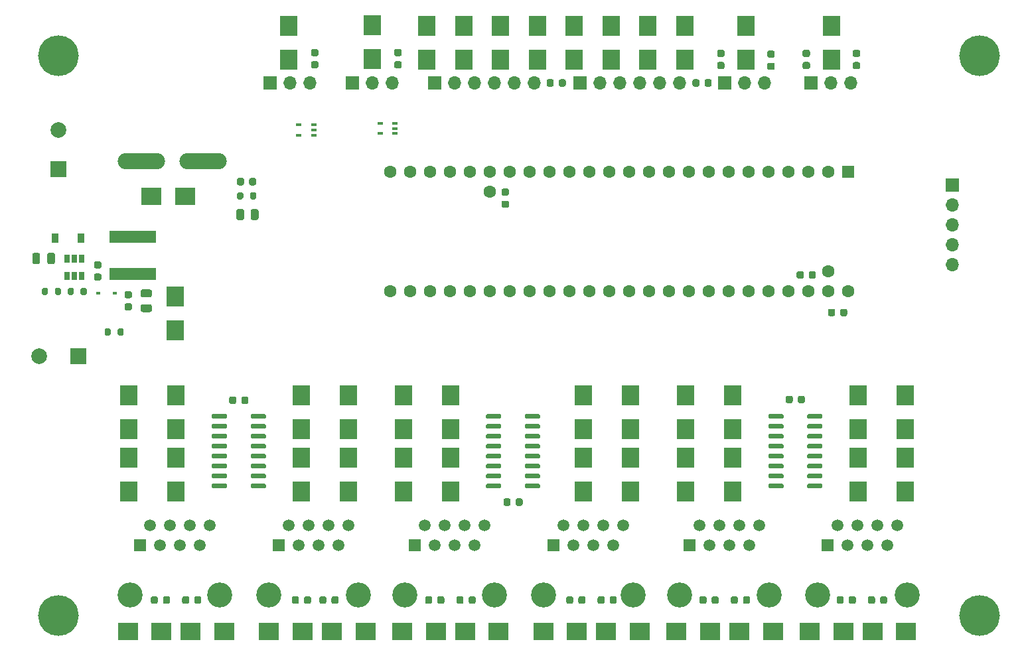
<source format=gbr>
%TF.GenerationSoftware,KiCad,Pcbnew,5.1.10-88a1d61d58~88~ubuntu20.04.1*%
%TF.CreationDate,2021-05-20T14:16:26-06:00*%
%TF.ProjectId,colordance-brain,636f6c6f-7264-4616-9e63-652d62726169,rev?*%
%TF.SameCoordinates,Original*%
%TF.FileFunction,Soldermask,Bot*%
%TF.FilePolarity,Negative*%
%FSLAX46Y46*%
G04 Gerber Fmt 4.6, Leading zero omitted, Abs format (unit mm)*
G04 Created by KiCad (PCBNEW 5.1.10-88a1d61d58~88~ubuntu20.04.1) date 2021-05-20 14:16:26*
%MOMM*%
%LPD*%
G01*
G04 APERTURE LIST*
%ADD10R,0.650000X0.400000*%
%ADD11R,2.300000X2.500000*%
%ADD12C,1.600000*%
%ADD13R,1.600000X1.600000*%
%ADD14C,5.200000*%
%ADD15R,0.650000X1.060000*%
%ADD16R,5.900000X1.600000*%
%ADD17C,3.200000*%
%ADD18R,1.500000X1.500000*%
%ADD19C,1.500000*%
%ADD20R,1.700000X1.700000*%
%ADD21O,1.700000X1.700000*%
%ADD22O,6.030000X2.070000*%
%ADD23R,2.500000X2.300000*%
%ADD24R,0.600000X0.450000*%
%ADD25R,0.900000X1.200000*%
%ADD26R,2.000000X2.000000*%
%ADD27C,2.000000*%
G04 APERTURE END LIST*
D10*
%TO.C,U7*%
X62050000Y-61150000D03*
X62050000Y-62450000D03*
X63950000Y-61800000D03*
X63950000Y-62450000D03*
X63950000Y-61150000D03*
%TD*%
%TO.C,U6*%
X51650000Y-61350000D03*
X51650000Y-62650000D03*
X53550000Y-62000000D03*
X53550000Y-62650000D03*
X53550000Y-61350000D03*
%TD*%
D11*
%TO.C,D17*%
X100900000Y-48750000D03*
X100900000Y-53050000D03*
%TD*%
%TO.C,D16*%
X77400000Y-48750000D03*
X77400000Y-53050000D03*
%TD*%
%TO.C,D15*%
X91500000Y-48750000D03*
X91500000Y-53050000D03*
%TD*%
%TO.C,D14*%
X35900000Y-87550000D03*
X35900000Y-83250000D03*
%TD*%
%TO.C,D13*%
X68000000Y-48750000D03*
X68000000Y-53050000D03*
%TD*%
%TO.C,D12*%
X119600000Y-48750000D03*
X119600000Y-53050000D03*
%TD*%
%TO.C,D10*%
X61000000Y-48650000D03*
X61000000Y-52950000D03*
%TD*%
%TO.C,D8*%
X82100000Y-48750000D03*
X82100000Y-53050000D03*
%TD*%
%TO.C,D7*%
X96200000Y-48750000D03*
X96200000Y-53050000D03*
%TD*%
%TO.C,D6*%
X72700000Y-48750000D03*
X72700000Y-53050000D03*
%TD*%
%TO.C,D5*%
X108700000Y-48750000D03*
X108700000Y-53050000D03*
%TD*%
%TO.C,D4*%
X50400000Y-48750000D03*
X50400000Y-53050000D03*
%TD*%
%TO.C,D3*%
X86800000Y-48750000D03*
X86800000Y-53050000D03*
%TD*%
%TO.C,C33*%
G36*
G01*
X44675000Y-68350000D02*
X44675000Y-68850000D01*
G75*
G02*
X44450000Y-69075000I-225000J0D01*
G01*
X44000000Y-69075000D01*
G75*
G02*
X43775000Y-68850000I0J225000D01*
G01*
X43775000Y-68350000D01*
G75*
G02*
X44000000Y-68125000I225000J0D01*
G01*
X44450000Y-68125000D01*
G75*
G02*
X44675000Y-68350000I0J-225000D01*
G01*
G37*
G36*
G01*
X46225000Y-68350000D02*
X46225000Y-68850000D01*
G75*
G02*
X46000000Y-69075000I-225000J0D01*
G01*
X45550000Y-69075000D01*
G75*
G02*
X45325000Y-68850000I0J225000D01*
G01*
X45325000Y-68350000D01*
G75*
G02*
X45550000Y-68125000I225000J0D01*
G01*
X46000000Y-68125000D01*
G75*
G02*
X46225000Y-68350000I0J-225000D01*
G01*
G37*
%TD*%
D12*
%TO.C,U2*%
X119170000Y-80080000D03*
X121710000Y-82620000D03*
X119170000Y-82620000D03*
X116630000Y-82620000D03*
X114090000Y-82620000D03*
X111550000Y-82620000D03*
X109010000Y-82620000D03*
X106470000Y-82620000D03*
X103930000Y-82620000D03*
X101390000Y-82620000D03*
X98850000Y-82620000D03*
X96310000Y-82620000D03*
X93770000Y-82620000D03*
X91230000Y-82620000D03*
X88690000Y-82620000D03*
D13*
X121710000Y-67380000D03*
D12*
X119170000Y-67380000D03*
X116630000Y-67380000D03*
X114090000Y-67380000D03*
X111550000Y-67380000D03*
X109010000Y-67380000D03*
X106470000Y-67380000D03*
X103930000Y-67380000D03*
X101390000Y-67380000D03*
X98850000Y-67380000D03*
X96310000Y-67380000D03*
X93770000Y-67380000D03*
X91230000Y-67380000D03*
X86150000Y-82620000D03*
X83610000Y-82620000D03*
X81070000Y-82620000D03*
X78530000Y-82620000D03*
X75990000Y-82620000D03*
X73450000Y-82620000D03*
X70910000Y-82620000D03*
X68370000Y-82620000D03*
X65830000Y-82620000D03*
X63290000Y-82620000D03*
X63290000Y-67380000D03*
X65830000Y-67380000D03*
X68370000Y-67380000D03*
X70910000Y-67380000D03*
X88690000Y-67380000D03*
X86150000Y-67380000D03*
X83610000Y-67380000D03*
X73450000Y-67380000D03*
X75990000Y-67380000D03*
X78530000Y-67380000D03*
X81070000Y-67380000D03*
X75990000Y-69920000D03*
%TD*%
D14*
%TO.C,H4*%
X21000000Y-124000000D03*
%TD*%
%TO.C,H3*%
X138500000Y-52500000D03*
%TD*%
%TO.C,H2*%
X138500000Y-124000000D03*
%TD*%
%TO.C,H1*%
X21000000Y-52500000D03*
%TD*%
%TO.C,U5*%
G36*
G01*
X75550000Y-107595000D02*
X75550000Y-107295000D01*
G75*
G02*
X75700000Y-107145000I150000J0D01*
G01*
X77350000Y-107145000D01*
G75*
G02*
X77500000Y-107295000I0J-150000D01*
G01*
X77500000Y-107595000D01*
G75*
G02*
X77350000Y-107745000I-150000J0D01*
G01*
X75700000Y-107745000D01*
G75*
G02*
X75550000Y-107595000I0J150000D01*
G01*
G37*
G36*
G01*
X75550000Y-106325000D02*
X75550000Y-106025000D01*
G75*
G02*
X75700000Y-105875000I150000J0D01*
G01*
X77350000Y-105875000D01*
G75*
G02*
X77500000Y-106025000I0J-150000D01*
G01*
X77500000Y-106325000D01*
G75*
G02*
X77350000Y-106475000I-150000J0D01*
G01*
X75700000Y-106475000D01*
G75*
G02*
X75550000Y-106325000I0J150000D01*
G01*
G37*
G36*
G01*
X75550000Y-105055000D02*
X75550000Y-104755000D01*
G75*
G02*
X75700000Y-104605000I150000J0D01*
G01*
X77350000Y-104605000D01*
G75*
G02*
X77500000Y-104755000I0J-150000D01*
G01*
X77500000Y-105055000D01*
G75*
G02*
X77350000Y-105205000I-150000J0D01*
G01*
X75700000Y-105205000D01*
G75*
G02*
X75550000Y-105055000I0J150000D01*
G01*
G37*
G36*
G01*
X75550000Y-103785000D02*
X75550000Y-103485000D01*
G75*
G02*
X75700000Y-103335000I150000J0D01*
G01*
X77350000Y-103335000D01*
G75*
G02*
X77500000Y-103485000I0J-150000D01*
G01*
X77500000Y-103785000D01*
G75*
G02*
X77350000Y-103935000I-150000J0D01*
G01*
X75700000Y-103935000D01*
G75*
G02*
X75550000Y-103785000I0J150000D01*
G01*
G37*
G36*
G01*
X75550000Y-102515000D02*
X75550000Y-102215000D01*
G75*
G02*
X75700000Y-102065000I150000J0D01*
G01*
X77350000Y-102065000D01*
G75*
G02*
X77500000Y-102215000I0J-150000D01*
G01*
X77500000Y-102515000D01*
G75*
G02*
X77350000Y-102665000I-150000J0D01*
G01*
X75700000Y-102665000D01*
G75*
G02*
X75550000Y-102515000I0J150000D01*
G01*
G37*
G36*
G01*
X75550000Y-101245000D02*
X75550000Y-100945000D01*
G75*
G02*
X75700000Y-100795000I150000J0D01*
G01*
X77350000Y-100795000D01*
G75*
G02*
X77500000Y-100945000I0J-150000D01*
G01*
X77500000Y-101245000D01*
G75*
G02*
X77350000Y-101395000I-150000J0D01*
G01*
X75700000Y-101395000D01*
G75*
G02*
X75550000Y-101245000I0J150000D01*
G01*
G37*
G36*
G01*
X75550000Y-99975000D02*
X75550000Y-99675000D01*
G75*
G02*
X75700000Y-99525000I150000J0D01*
G01*
X77350000Y-99525000D01*
G75*
G02*
X77500000Y-99675000I0J-150000D01*
G01*
X77500000Y-99975000D01*
G75*
G02*
X77350000Y-100125000I-150000J0D01*
G01*
X75700000Y-100125000D01*
G75*
G02*
X75550000Y-99975000I0J150000D01*
G01*
G37*
G36*
G01*
X75550000Y-98705000D02*
X75550000Y-98405000D01*
G75*
G02*
X75700000Y-98255000I150000J0D01*
G01*
X77350000Y-98255000D01*
G75*
G02*
X77500000Y-98405000I0J-150000D01*
G01*
X77500000Y-98705000D01*
G75*
G02*
X77350000Y-98855000I-150000J0D01*
G01*
X75700000Y-98855000D01*
G75*
G02*
X75550000Y-98705000I0J150000D01*
G01*
G37*
G36*
G01*
X80500000Y-98705000D02*
X80500000Y-98405000D01*
G75*
G02*
X80650000Y-98255000I150000J0D01*
G01*
X82300000Y-98255000D01*
G75*
G02*
X82450000Y-98405000I0J-150000D01*
G01*
X82450000Y-98705000D01*
G75*
G02*
X82300000Y-98855000I-150000J0D01*
G01*
X80650000Y-98855000D01*
G75*
G02*
X80500000Y-98705000I0J150000D01*
G01*
G37*
G36*
G01*
X80500000Y-99975000D02*
X80500000Y-99675000D01*
G75*
G02*
X80650000Y-99525000I150000J0D01*
G01*
X82300000Y-99525000D01*
G75*
G02*
X82450000Y-99675000I0J-150000D01*
G01*
X82450000Y-99975000D01*
G75*
G02*
X82300000Y-100125000I-150000J0D01*
G01*
X80650000Y-100125000D01*
G75*
G02*
X80500000Y-99975000I0J150000D01*
G01*
G37*
G36*
G01*
X80500000Y-101245000D02*
X80500000Y-100945000D01*
G75*
G02*
X80650000Y-100795000I150000J0D01*
G01*
X82300000Y-100795000D01*
G75*
G02*
X82450000Y-100945000I0J-150000D01*
G01*
X82450000Y-101245000D01*
G75*
G02*
X82300000Y-101395000I-150000J0D01*
G01*
X80650000Y-101395000D01*
G75*
G02*
X80500000Y-101245000I0J150000D01*
G01*
G37*
G36*
G01*
X80500000Y-102515000D02*
X80500000Y-102215000D01*
G75*
G02*
X80650000Y-102065000I150000J0D01*
G01*
X82300000Y-102065000D01*
G75*
G02*
X82450000Y-102215000I0J-150000D01*
G01*
X82450000Y-102515000D01*
G75*
G02*
X82300000Y-102665000I-150000J0D01*
G01*
X80650000Y-102665000D01*
G75*
G02*
X80500000Y-102515000I0J150000D01*
G01*
G37*
G36*
G01*
X80500000Y-103785000D02*
X80500000Y-103485000D01*
G75*
G02*
X80650000Y-103335000I150000J0D01*
G01*
X82300000Y-103335000D01*
G75*
G02*
X82450000Y-103485000I0J-150000D01*
G01*
X82450000Y-103785000D01*
G75*
G02*
X82300000Y-103935000I-150000J0D01*
G01*
X80650000Y-103935000D01*
G75*
G02*
X80500000Y-103785000I0J150000D01*
G01*
G37*
G36*
G01*
X80500000Y-105055000D02*
X80500000Y-104755000D01*
G75*
G02*
X80650000Y-104605000I150000J0D01*
G01*
X82300000Y-104605000D01*
G75*
G02*
X82450000Y-104755000I0J-150000D01*
G01*
X82450000Y-105055000D01*
G75*
G02*
X82300000Y-105205000I-150000J0D01*
G01*
X80650000Y-105205000D01*
G75*
G02*
X80500000Y-105055000I0J150000D01*
G01*
G37*
G36*
G01*
X80500000Y-106325000D02*
X80500000Y-106025000D01*
G75*
G02*
X80650000Y-105875000I150000J0D01*
G01*
X82300000Y-105875000D01*
G75*
G02*
X82450000Y-106025000I0J-150000D01*
G01*
X82450000Y-106325000D01*
G75*
G02*
X82300000Y-106475000I-150000J0D01*
G01*
X80650000Y-106475000D01*
G75*
G02*
X80500000Y-106325000I0J150000D01*
G01*
G37*
G36*
G01*
X80500000Y-107595000D02*
X80500000Y-107295000D01*
G75*
G02*
X80650000Y-107145000I150000J0D01*
G01*
X82300000Y-107145000D01*
G75*
G02*
X82450000Y-107295000I0J-150000D01*
G01*
X82450000Y-107595000D01*
G75*
G02*
X82300000Y-107745000I-150000J0D01*
G01*
X80650000Y-107745000D01*
G75*
G02*
X80500000Y-107595000I0J150000D01*
G01*
G37*
%TD*%
%TO.C,U4*%
G36*
G01*
X118450000Y-98405000D02*
X118450000Y-98705000D01*
G75*
G02*
X118300000Y-98855000I-150000J0D01*
G01*
X116650000Y-98855000D01*
G75*
G02*
X116500000Y-98705000I0J150000D01*
G01*
X116500000Y-98405000D01*
G75*
G02*
X116650000Y-98255000I150000J0D01*
G01*
X118300000Y-98255000D01*
G75*
G02*
X118450000Y-98405000I0J-150000D01*
G01*
G37*
G36*
G01*
X118450000Y-99675000D02*
X118450000Y-99975000D01*
G75*
G02*
X118300000Y-100125000I-150000J0D01*
G01*
X116650000Y-100125000D01*
G75*
G02*
X116500000Y-99975000I0J150000D01*
G01*
X116500000Y-99675000D01*
G75*
G02*
X116650000Y-99525000I150000J0D01*
G01*
X118300000Y-99525000D01*
G75*
G02*
X118450000Y-99675000I0J-150000D01*
G01*
G37*
G36*
G01*
X118450000Y-100945000D02*
X118450000Y-101245000D01*
G75*
G02*
X118300000Y-101395000I-150000J0D01*
G01*
X116650000Y-101395000D01*
G75*
G02*
X116500000Y-101245000I0J150000D01*
G01*
X116500000Y-100945000D01*
G75*
G02*
X116650000Y-100795000I150000J0D01*
G01*
X118300000Y-100795000D01*
G75*
G02*
X118450000Y-100945000I0J-150000D01*
G01*
G37*
G36*
G01*
X118450000Y-102215000D02*
X118450000Y-102515000D01*
G75*
G02*
X118300000Y-102665000I-150000J0D01*
G01*
X116650000Y-102665000D01*
G75*
G02*
X116500000Y-102515000I0J150000D01*
G01*
X116500000Y-102215000D01*
G75*
G02*
X116650000Y-102065000I150000J0D01*
G01*
X118300000Y-102065000D01*
G75*
G02*
X118450000Y-102215000I0J-150000D01*
G01*
G37*
G36*
G01*
X118450000Y-103485000D02*
X118450000Y-103785000D01*
G75*
G02*
X118300000Y-103935000I-150000J0D01*
G01*
X116650000Y-103935000D01*
G75*
G02*
X116500000Y-103785000I0J150000D01*
G01*
X116500000Y-103485000D01*
G75*
G02*
X116650000Y-103335000I150000J0D01*
G01*
X118300000Y-103335000D01*
G75*
G02*
X118450000Y-103485000I0J-150000D01*
G01*
G37*
G36*
G01*
X118450000Y-104755000D02*
X118450000Y-105055000D01*
G75*
G02*
X118300000Y-105205000I-150000J0D01*
G01*
X116650000Y-105205000D01*
G75*
G02*
X116500000Y-105055000I0J150000D01*
G01*
X116500000Y-104755000D01*
G75*
G02*
X116650000Y-104605000I150000J0D01*
G01*
X118300000Y-104605000D01*
G75*
G02*
X118450000Y-104755000I0J-150000D01*
G01*
G37*
G36*
G01*
X118450000Y-106025000D02*
X118450000Y-106325000D01*
G75*
G02*
X118300000Y-106475000I-150000J0D01*
G01*
X116650000Y-106475000D01*
G75*
G02*
X116500000Y-106325000I0J150000D01*
G01*
X116500000Y-106025000D01*
G75*
G02*
X116650000Y-105875000I150000J0D01*
G01*
X118300000Y-105875000D01*
G75*
G02*
X118450000Y-106025000I0J-150000D01*
G01*
G37*
G36*
G01*
X118450000Y-107295000D02*
X118450000Y-107595000D01*
G75*
G02*
X118300000Y-107745000I-150000J0D01*
G01*
X116650000Y-107745000D01*
G75*
G02*
X116500000Y-107595000I0J150000D01*
G01*
X116500000Y-107295000D01*
G75*
G02*
X116650000Y-107145000I150000J0D01*
G01*
X118300000Y-107145000D01*
G75*
G02*
X118450000Y-107295000I0J-150000D01*
G01*
G37*
G36*
G01*
X113500000Y-107295000D02*
X113500000Y-107595000D01*
G75*
G02*
X113350000Y-107745000I-150000J0D01*
G01*
X111700000Y-107745000D01*
G75*
G02*
X111550000Y-107595000I0J150000D01*
G01*
X111550000Y-107295000D01*
G75*
G02*
X111700000Y-107145000I150000J0D01*
G01*
X113350000Y-107145000D01*
G75*
G02*
X113500000Y-107295000I0J-150000D01*
G01*
G37*
G36*
G01*
X113500000Y-106025000D02*
X113500000Y-106325000D01*
G75*
G02*
X113350000Y-106475000I-150000J0D01*
G01*
X111700000Y-106475000D01*
G75*
G02*
X111550000Y-106325000I0J150000D01*
G01*
X111550000Y-106025000D01*
G75*
G02*
X111700000Y-105875000I150000J0D01*
G01*
X113350000Y-105875000D01*
G75*
G02*
X113500000Y-106025000I0J-150000D01*
G01*
G37*
G36*
G01*
X113500000Y-104755000D02*
X113500000Y-105055000D01*
G75*
G02*
X113350000Y-105205000I-150000J0D01*
G01*
X111700000Y-105205000D01*
G75*
G02*
X111550000Y-105055000I0J150000D01*
G01*
X111550000Y-104755000D01*
G75*
G02*
X111700000Y-104605000I150000J0D01*
G01*
X113350000Y-104605000D01*
G75*
G02*
X113500000Y-104755000I0J-150000D01*
G01*
G37*
G36*
G01*
X113500000Y-103485000D02*
X113500000Y-103785000D01*
G75*
G02*
X113350000Y-103935000I-150000J0D01*
G01*
X111700000Y-103935000D01*
G75*
G02*
X111550000Y-103785000I0J150000D01*
G01*
X111550000Y-103485000D01*
G75*
G02*
X111700000Y-103335000I150000J0D01*
G01*
X113350000Y-103335000D01*
G75*
G02*
X113500000Y-103485000I0J-150000D01*
G01*
G37*
G36*
G01*
X113500000Y-102215000D02*
X113500000Y-102515000D01*
G75*
G02*
X113350000Y-102665000I-150000J0D01*
G01*
X111700000Y-102665000D01*
G75*
G02*
X111550000Y-102515000I0J150000D01*
G01*
X111550000Y-102215000D01*
G75*
G02*
X111700000Y-102065000I150000J0D01*
G01*
X113350000Y-102065000D01*
G75*
G02*
X113500000Y-102215000I0J-150000D01*
G01*
G37*
G36*
G01*
X113500000Y-100945000D02*
X113500000Y-101245000D01*
G75*
G02*
X113350000Y-101395000I-150000J0D01*
G01*
X111700000Y-101395000D01*
G75*
G02*
X111550000Y-101245000I0J150000D01*
G01*
X111550000Y-100945000D01*
G75*
G02*
X111700000Y-100795000I150000J0D01*
G01*
X113350000Y-100795000D01*
G75*
G02*
X113500000Y-100945000I0J-150000D01*
G01*
G37*
G36*
G01*
X113500000Y-99675000D02*
X113500000Y-99975000D01*
G75*
G02*
X113350000Y-100125000I-150000J0D01*
G01*
X111700000Y-100125000D01*
G75*
G02*
X111550000Y-99975000I0J150000D01*
G01*
X111550000Y-99675000D01*
G75*
G02*
X111700000Y-99525000I150000J0D01*
G01*
X113350000Y-99525000D01*
G75*
G02*
X113500000Y-99675000I0J-150000D01*
G01*
G37*
G36*
G01*
X113500000Y-98405000D02*
X113500000Y-98705000D01*
G75*
G02*
X113350000Y-98855000I-150000J0D01*
G01*
X111700000Y-98855000D01*
G75*
G02*
X111550000Y-98705000I0J150000D01*
G01*
X111550000Y-98405000D01*
G75*
G02*
X111700000Y-98255000I150000J0D01*
G01*
X113350000Y-98255000D01*
G75*
G02*
X113500000Y-98405000I0J-150000D01*
G01*
G37*
%TD*%
%TO.C,U3*%
G36*
G01*
X47450000Y-98405000D02*
X47450000Y-98705000D01*
G75*
G02*
X47300000Y-98855000I-150000J0D01*
G01*
X45650000Y-98855000D01*
G75*
G02*
X45500000Y-98705000I0J150000D01*
G01*
X45500000Y-98405000D01*
G75*
G02*
X45650000Y-98255000I150000J0D01*
G01*
X47300000Y-98255000D01*
G75*
G02*
X47450000Y-98405000I0J-150000D01*
G01*
G37*
G36*
G01*
X47450000Y-99675000D02*
X47450000Y-99975000D01*
G75*
G02*
X47300000Y-100125000I-150000J0D01*
G01*
X45650000Y-100125000D01*
G75*
G02*
X45500000Y-99975000I0J150000D01*
G01*
X45500000Y-99675000D01*
G75*
G02*
X45650000Y-99525000I150000J0D01*
G01*
X47300000Y-99525000D01*
G75*
G02*
X47450000Y-99675000I0J-150000D01*
G01*
G37*
G36*
G01*
X47450000Y-100945000D02*
X47450000Y-101245000D01*
G75*
G02*
X47300000Y-101395000I-150000J0D01*
G01*
X45650000Y-101395000D01*
G75*
G02*
X45500000Y-101245000I0J150000D01*
G01*
X45500000Y-100945000D01*
G75*
G02*
X45650000Y-100795000I150000J0D01*
G01*
X47300000Y-100795000D01*
G75*
G02*
X47450000Y-100945000I0J-150000D01*
G01*
G37*
G36*
G01*
X47450000Y-102215000D02*
X47450000Y-102515000D01*
G75*
G02*
X47300000Y-102665000I-150000J0D01*
G01*
X45650000Y-102665000D01*
G75*
G02*
X45500000Y-102515000I0J150000D01*
G01*
X45500000Y-102215000D01*
G75*
G02*
X45650000Y-102065000I150000J0D01*
G01*
X47300000Y-102065000D01*
G75*
G02*
X47450000Y-102215000I0J-150000D01*
G01*
G37*
G36*
G01*
X47450000Y-103485000D02*
X47450000Y-103785000D01*
G75*
G02*
X47300000Y-103935000I-150000J0D01*
G01*
X45650000Y-103935000D01*
G75*
G02*
X45500000Y-103785000I0J150000D01*
G01*
X45500000Y-103485000D01*
G75*
G02*
X45650000Y-103335000I150000J0D01*
G01*
X47300000Y-103335000D01*
G75*
G02*
X47450000Y-103485000I0J-150000D01*
G01*
G37*
G36*
G01*
X47450000Y-104755000D02*
X47450000Y-105055000D01*
G75*
G02*
X47300000Y-105205000I-150000J0D01*
G01*
X45650000Y-105205000D01*
G75*
G02*
X45500000Y-105055000I0J150000D01*
G01*
X45500000Y-104755000D01*
G75*
G02*
X45650000Y-104605000I150000J0D01*
G01*
X47300000Y-104605000D01*
G75*
G02*
X47450000Y-104755000I0J-150000D01*
G01*
G37*
G36*
G01*
X47450000Y-106025000D02*
X47450000Y-106325000D01*
G75*
G02*
X47300000Y-106475000I-150000J0D01*
G01*
X45650000Y-106475000D01*
G75*
G02*
X45500000Y-106325000I0J150000D01*
G01*
X45500000Y-106025000D01*
G75*
G02*
X45650000Y-105875000I150000J0D01*
G01*
X47300000Y-105875000D01*
G75*
G02*
X47450000Y-106025000I0J-150000D01*
G01*
G37*
G36*
G01*
X47450000Y-107295000D02*
X47450000Y-107595000D01*
G75*
G02*
X47300000Y-107745000I-150000J0D01*
G01*
X45650000Y-107745000D01*
G75*
G02*
X45500000Y-107595000I0J150000D01*
G01*
X45500000Y-107295000D01*
G75*
G02*
X45650000Y-107145000I150000J0D01*
G01*
X47300000Y-107145000D01*
G75*
G02*
X47450000Y-107295000I0J-150000D01*
G01*
G37*
G36*
G01*
X42500000Y-107295000D02*
X42500000Y-107595000D01*
G75*
G02*
X42350000Y-107745000I-150000J0D01*
G01*
X40700000Y-107745000D01*
G75*
G02*
X40550000Y-107595000I0J150000D01*
G01*
X40550000Y-107295000D01*
G75*
G02*
X40700000Y-107145000I150000J0D01*
G01*
X42350000Y-107145000D01*
G75*
G02*
X42500000Y-107295000I0J-150000D01*
G01*
G37*
G36*
G01*
X42500000Y-106025000D02*
X42500000Y-106325000D01*
G75*
G02*
X42350000Y-106475000I-150000J0D01*
G01*
X40700000Y-106475000D01*
G75*
G02*
X40550000Y-106325000I0J150000D01*
G01*
X40550000Y-106025000D01*
G75*
G02*
X40700000Y-105875000I150000J0D01*
G01*
X42350000Y-105875000D01*
G75*
G02*
X42500000Y-106025000I0J-150000D01*
G01*
G37*
G36*
G01*
X42500000Y-104755000D02*
X42500000Y-105055000D01*
G75*
G02*
X42350000Y-105205000I-150000J0D01*
G01*
X40700000Y-105205000D01*
G75*
G02*
X40550000Y-105055000I0J150000D01*
G01*
X40550000Y-104755000D01*
G75*
G02*
X40700000Y-104605000I150000J0D01*
G01*
X42350000Y-104605000D01*
G75*
G02*
X42500000Y-104755000I0J-150000D01*
G01*
G37*
G36*
G01*
X42500000Y-103485000D02*
X42500000Y-103785000D01*
G75*
G02*
X42350000Y-103935000I-150000J0D01*
G01*
X40700000Y-103935000D01*
G75*
G02*
X40550000Y-103785000I0J150000D01*
G01*
X40550000Y-103485000D01*
G75*
G02*
X40700000Y-103335000I150000J0D01*
G01*
X42350000Y-103335000D01*
G75*
G02*
X42500000Y-103485000I0J-150000D01*
G01*
G37*
G36*
G01*
X42500000Y-102215000D02*
X42500000Y-102515000D01*
G75*
G02*
X42350000Y-102665000I-150000J0D01*
G01*
X40700000Y-102665000D01*
G75*
G02*
X40550000Y-102515000I0J150000D01*
G01*
X40550000Y-102215000D01*
G75*
G02*
X40700000Y-102065000I150000J0D01*
G01*
X42350000Y-102065000D01*
G75*
G02*
X42500000Y-102215000I0J-150000D01*
G01*
G37*
G36*
G01*
X42500000Y-100945000D02*
X42500000Y-101245000D01*
G75*
G02*
X42350000Y-101395000I-150000J0D01*
G01*
X40700000Y-101395000D01*
G75*
G02*
X40550000Y-101245000I0J150000D01*
G01*
X40550000Y-100945000D01*
G75*
G02*
X40700000Y-100795000I150000J0D01*
G01*
X42350000Y-100795000D01*
G75*
G02*
X42500000Y-100945000I0J-150000D01*
G01*
G37*
G36*
G01*
X42500000Y-99675000D02*
X42500000Y-99975000D01*
G75*
G02*
X42350000Y-100125000I-150000J0D01*
G01*
X40700000Y-100125000D01*
G75*
G02*
X40550000Y-99975000I0J150000D01*
G01*
X40550000Y-99675000D01*
G75*
G02*
X40700000Y-99525000I150000J0D01*
G01*
X42350000Y-99525000D01*
G75*
G02*
X42500000Y-99675000I0J-150000D01*
G01*
G37*
G36*
G01*
X42500000Y-98405000D02*
X42500000Y-98705000D01*
G75*
G02*
X42350000Y-98855000I-150000J0D01*
G01*
X40700000Y-98855000D01*
G75*
G02*
X40550000Y-98705000I0J150000D01*
G01*
X40550000Y-98405000D01*
G75*
G02*
X40700000Y-98255000I150000J0D01*
G01*
X42350000Y-98255000D01*
G75*
G02*
X42500000Y-98405000I0J-150000D01*
G01*
G37*
%TD*%
D15*
%TO.C,U1*%
X23950000Y-80600000D03*
X23000000Y-80600000D03*
X22050000Y-80600000D03*
X22050000Y-78400000D03*
X23950000Y-78400000D03*
X23000000Y-78400000D03*
%TD*%
%TO.C,R5*%
G36*
G01*
X21325000Y-82325000D02*
X21325000Y-82875000D01*
G75*
G02*
X21125000Y-83075000I-200000J0D01*
G01*
X20725000Y-83075000D01*
G75*
G02*
X20525000Y-82875000I0J200000D01*
G01*
X20525000Y-82325000D01*
G75*
G02*
X20725000Y-82125000I200000J0D01*
G01*
X21125000Y-82125000D01*
G75*
G02*
X21325000Y-82325000I0J-200000D01*
G01*
G37*
G36*
G01*
X19675000Y-82325000D02*
X19675000Y-82875000D01*
G75*
G02*
X19475000Y-83075000I-200000J0D01*
G01*
X19075000Y-83075000D01*
G75*
G02*
X18875000Y-82875000I0J200000D01*
G01*
X18875000Y-82325000D01*
G75*
G02*
X19075000Y-82125000I200000J0D01*
G01*
X19475000Y-82125000D01*
G75*
G02*
X19675000Y-82325000I0J-200000D01*
G01*
G37*
%TD*%
%TO.C,R4*%
G36*
G01*
X24625000Y-82325000D02*
X24625000Y-82875000D01*
G75*
G02*
X24425000Y-83075000I-200000J0D01*
G01*
X24025000Y-83075000D01*
G75*
G02*
X23825000Y-82875000I0J200000D01*
G01*
X23825000Y-82325000D01*
G75*
G02*
X24025000Y-82125000I200000J0D01*
G01*
X24425000Y-82125000D01*
G75*
G02*
X24625000Y-82325000I0J-200000D01*
G01*
G37*
G36*
G01*
X22975000Y-82325000D02*
X22975000Y-82875000D01*
G75*
G02*
X22775000Y-83075000I-200000J0D01*
G01*
X22375000Y-83075000D01*
G75*
G02*
X22175000Y-82875000I0J200000D01*
G01*
X22175000Y-82325000D01*
G75*
G02*
X22375000Y-82125000I200000J0D01*
G01*
X22775000Y-82125000D01*
G75*
G02*
X22975000Y-82325000I0J-200000D01*
G01*
G37*
%TD*%
%TO.C,R3*%
G36*
G01*
X46225000Y-70125000D02*
X46225000Y-70675000D01*
G75*
G02*
X46025000Y-70875000I-200000J0D01*
G01*
X45625000Y-70875000D01*
G75*
G02*
X45425000Y-70675000I0J200000D01*
G01*
X45425000Y-70125000D01*
G75*
G02*
X45625000Y-69925000I200000J0D01*
G01*
X46025000Y-69925000D01*
G75*
G02*
X46225000Y-70125000I0J-200000D01*
G01*
G37*
G36*
G01*
X44575000Y-70125000D02*
X44575000Y-70675000D01*
G75*
G02*
X44375000Y-70875000I-200000J0D01*
G01*
X43975000Y-70875000D01*
G75*
G02*
X43775000Y-70675000I0J200000D01*
G01*
X43775000Y-70125000D01*
G75*
G02*
X43975000Y-69925000I200000J0D01*
G01*
X44375000Y-69925000D01*
G75*
G02*
X44575000Y-70125000I0J-200000D01*
G01*
G37*
%TD*%
%TO.C,R2*%
G36*
G01*
X43675000Y-73250001D02*
X43675000Y-72349999D01*
G75*
G02*
X43924999Y-72100000I249999J0D01*
G01*
X44450001Y-72100000D01*
G75*
G02*
X44700000Y-72349999I0J-249999D01*
G01*
X44700000Y-73250001D01*
G75*
G02*
X44450001Y-73500000I-249999J0D01*
G01*
X43924999Y-73500000D01*
G75*
G02*
X43675000Y-73250001I0J249999D01*
G01*
G37*
G36*
G01*
X45500000Y-73250001D02*
X45500000Y-72349999D01*
G75*
G02*
X45749999Y-72100000I249999J0D01*
G01*
X46275001Y-72100000D01*
G75*
G02*
X46525000Y-72349999I0J-249999D01*
G01*
X46525000Y-73250001D01*
G75*
G02*
X46275001Y-73500000I-249999J0D01*
G01*
X45749999Y-73500000D01*
G75*
G02*
X45500000Y-73250001I0J249999D01*
G01*
G37*
%TD*%
%TO.C,R1*%
G36*
G01*
X26875000Y-88075000D02*
X26875000Y-87525000D01*
G75*
G02*
X27075000Y-87325000I200000J0D01*
G01*
X27475000Y-87325000D01*
G75*
G02*
X27675000Y-87525000I0J-200000D01*
G01*
X27675000Y-88075000D01*
G75*
G02*
X27475000Y-88275000I-200000J0D01*
G01*
X27075000Y-88275000D01*
G75*
G02*
X26875000Y-88075000I0J200000D01*
G01*
G37*
G36*
G01*
X28525000Y-88075000D02*
X28525000Y-87525000D01*
G75*
G02*
X28725000Y-87325000I200000J0D01*
G01*
X29125000Y-87325000D01*
G75*
G02*
X29325000Y-87525000I0J-200000D01*
G01*
X29325000Y-88075000D01*
G75*
G02*
X29125000Y-88275000I-200000J0D01*
G01*
X28725000Y-88275000D01*
G75*
G02*
X28525000Y-88075000I0J200000D01*
G01*
G37*
%TD*%
D16*
%TO.C,L1*%
X30500000Y-75650000D03*
X30500000Y-80350000D03*
%TD*%
D17*
%TO.C,J14*%
X94295000Y-121391924D03*
X82865000Y-121391924D03*
D18*
X84135000Y-115041924D03*
D19*
X85405000Y-112501924D03*
X86675000Y-115041924D03*
X87945000Y-112501924D03*
X89215000Y-115041924D03*
X90485000Y-112501924D03*
X91755000Y-115041924D03*
X93025000Y-112501924D03*
%TD*%
D17*
%TO.C,J13*%
X76615000Y-121391924D03*
X65185000Y-121391924D03*
D18*
X66455000Y-115041924D03*
D19*
X67725000Y-112501924D03*
X68995000Y-115041924D03*
X70265000Y-112501924D03*
X71535000Y-115041924D03*
X72805000Y-112501924D03*
X74075000Y-115041924D03*
X75345000Y-112501924D03*
%TD*%
D17*
%TO.C,J12*%
X111625000Y-121381924D03*
X100195000Y-121381924D03*
D18*
X101465000Y-115031924D03*
D19*
X102735000Y-112491924D03*
X104005000Y-115031924D03*
X105275000Y-112491924D03*
X106545000Y-115031924D03*
X107815000Y-112491924D03*
X109085000Y-115031924D03*
X110355000Y-112491924D03*
%TD*%
D17*
%TO.C,J11*%
X129305000Y-121381924D03*
X117875000Y-121381924D03*
D18*
X119145000Y-115031924D03*
D19*
X120415000Y-112491924D03*
X121685000Y-115031924D03*
X122955000Y-112491924D03*
X124225000Y-115031924D03*
X125495000Y-112491924D03*
X126765000Y-115031924D03*
X128035000Y-112491924D03*
%TD*%
D17*
%TO.C,J10*%
X41565000Y-121381924D03*
X30135000Y-121381924D03*
D18*
X31405000Y-115031924D03*
D19*
X32675000Y-112491924D03*
X33945000Y-115031924D03*
X35215000Y-112491924D03*
X36485000Y-115031924D03*
X37755000Y-112491924D03*
X39025000Y-115031924D03*
X40295000Y-112491924D03*
%TD*%
D17*
%TO.C,J9*%
X59245000Y-121381924D03*
X47815000Y-121381924D03*
D18*
X49085000Y-115031924D03*
D19*
X50355000Y-112491924D03*
X51625000Y-115031924D03*
X52895000Y-112491924D03*
X54165000Y-115031924D03*
X55435000Y-112491924D03*
X56705000Y-115031924D03*
X57975000Y-112491924D03*
%TD*%
D20*
%TO.C,J8*%
X135000000Y-69000000D03*
D21*
X135000000Y-71540000D03*
X135000000Y-74080000D03*
X135000000Y-76620000D03*
X135000000Y-79160000D03*
%TD*%
D20*
%TO.C,J7*%
X87500000Y-56000000D03*
D21*
X90040000Y-56000000D03*
X92580000Y-56000000D03*
X95120000Y-56000000D03*
X97660000Y-56000000D03*
X100200000Y-56000000D03*
%TD*%
D20*
%TO.C,J6*%
X117000000Y-56000000D03*
D21*
X119540000Y-56000000D03*
X122080000Y-56000000D03*
%TD*%
D20*
%TO.C,J5*%
X58500000Y-56000000D03*
D21*
X61040000Y-56000000D03*
X63580000Y-56000000D03*
%TD*%
D20*
%TO.C,J4*%
X106000000Y-56000000D03*
D21*
X108540000Y-56000000D03*
X111080000Y-56000000D03*
%TD*%
D20*
%TO.C,J3*%
X48000000Y-56000000D03*
D21*
X50540000Y-56000000D03*
X53080000Y-56000000D03*
%TD*%
D20*
%TO.C,J2*%
X69000000Y-56000000D03*
D21*
X71540000Y-56000000D03*
X74080000Y-56000000D03*
X76620000Y-56000000D03*
X79160000Y-56000000D03*
X81700000Y-56000000D03*
%TD*%
D22*
%TO.C,J1*%
X31550000Y-66000000D03*
X39450000Y-66000000D03*
%TD*%
D11*
%TO.C,D53*%
X94000000Y-100150000D03*
X94000000Y-95850000D03*
%TD*%
%TO.C,D52*%
X94000000Y-103850000D03*
X94000000Y-108150000D03*
%TD*%
%TO.C,D51*%
X88000000Y-108150000D03*
X88000000Y-103850000D03*
%TD*%
%TO.C,D50*%
X88000000Y-100150000D03*
X88000000Y-95850000D03*
%TD*%
D23*
%TO.C,D49*%
X87150000Y-126000000D03*
X82850000Y-126000000D03*
%TD*%
%TO.C,D48*%
X90850000Y-126000000D03*
X95150000Y-126000000D03*
%TD*%
D11*
%TO.C,D47*%
X71000000Y-100150000D03*
X71000000Y-95850000D03*
%TD*%
%TO.C,D46*%
X71000000Y-103850000D03*
X71000000Y-108150000D03*
%TD*%
%TO.C,D45*%
X65000000Y-108150000D03*
X65000000Y-103850000D03*
%TD*%
%TO.C,D44*%
X65000000Y-100150000D03*
X65000000Y-95850000D03*
%TD*%
D23*
%TO.C,D43*%
X69150000Y-126000000D03*
X64850000Y-126000000D03*
%TD*%
%TO.C,D42*%
X72850000Y-126000000D03*
X77150000Y-126000000D03*
%TD*%
D11*
%TO.C,D41*%
X107000000Y-100150000D03*
X107000000Y-95850000D03*
%TD*%
%TO.C,D40*%
X107000000Y-103850000D03*
X107000000Y-108150000D03*
%TD*%
%TO.C,D39*%
X101000000Y-95850000D03*
X101000000Y-100150000D03*
%TD*%
%TO.C,D38*%
X101000000Y-103850000D03*
X101000000Y-108150000D03*
%TD*%
D23*
%TO.C,D37*%
X104150000Y-126000000D03*
X99850000Y-126000000D03*
%TD*%
%TO.C,D36*%
X107850000Y-126000000D03*
X112150000Y-126000000D03*
%TD*%
D11*
%TO.C,D35*%
X129000000Y-103850000D03*
X129000000Y-108150000D03*
%TD*%
%TO.C,D34*%
X129000000Y-100150000D03*
X129000000Y-95850000D03*
%TD*%
%TO.C,D33*%
X123000000Y-95900000D03*
X123000000Y-100200000D03*
%TD*%
%TO.C,D32*%
X123000000Y-103850000D03*
X123000000Y-108150000D03*
%TD*%
D23*
%TO.C,D31*%
X121150000Y-126000000D03*
X116850000Y-126000000D03*
%TD*%
%TO.C,D30*%
X124850000Y-126000000D03*
X129150000Y-126000000D03*
%TD*%
D11*
%TO.C,D29*%
X36000000Y-103850000D03*
X36000000Y-108150000D03*
%TD*%
%TO.C,D28*%
X36000000Y-100150000D03*
X36000000Y-95850000D03*
%TD*%
%TO.C,D27*%
X30000000Y-95850000D03*
X30000000Y-100150000D03*
%TD*%
%TO.C,D26*%
X30000000Y-103850000D03*
X30000000Y-108150000D03*
%TD*%
D23*
%TO.C,D25*%
X34150000Y-126000000D03*
X29850000Y-126000000D03*
%TD*%
%TO.C,D24*%
X37850000Y-126000000D03*
X42150000Y-126000000D03*
%TD*%
D11*
%TO.C,D23*%
X58000000Y-100150000D03*
X58000000Y-95850000D03*
%TD*%
%TO.C,D22*%
X58000000Y-103850000D03*
X58000000Y-108150000D03*
%TD*%
%TO.C,D21*%
X52000000Y-108150000D03*
X52000000Y-103850000D03*
%TD*%
%TO.C,D20*%
X52000000Y-100150000D03*
X52000000Y-95850000D03*
%TD*%
D23*
%TO.C,D19*%
X52150000Y-126000000D03*
X47850000Y-126000000D03*
%TD*%
%TO.C,D18*%
X55850000Y-126000000D03*
X60150000Y-126000000D03*
%TD*%
D24*
%TO.C,D11*%
X26050000Y-82800000D03*
X28150000Y-82800000D03*
%TD*%
D25*
%TO.C,D9*%
X23850000Y-75800000D03*
X20550000Y-75800000D03*
%TD*%
D23*
%TO.C,D2*%
X32850000Y-70500000D03*
X37150000Y-70500000D03*
%TD*%
%TO.C,C32*%
G36*
G01*
X85775000Y-122250000D02*
X85775000Y-121750000D01*
G75*
G02*
X86000000Y-121525000I225000J0D01*
G01*
X86450000Y-121525000D01*
G75*
G02*
X86675000Y-121750000I0J-225000D01*
G01*
X86675000Y-122250000D01*
G75*
G02*
X86450000Y-122475000I-225000J0D01*
G01*
X86000000Y-122475000D01*
G75*
G02*
X85775000Y-122250000I0J225000D01*
G01*
G37*
G36*
G01*
X87325000Y-122250000D02*
X87325000Y-121750000D01*
G75*
G02*
X87550000Y-121525000I225000J0D01*
G01*
X88000000Y-121525000D01*
G75*
G02*
X88225000Y-121750000I0J-225000D01*
G01*
X88225000Y-122250000D01*
G75*
G02*
X88000000Y-122475000I-225000J0D01*
G01*
X87550000Y-122475000D01*
G75*
G02*
X87325000Y-122250000I0J225000D01*
G01*
G37*
%TD*%
%TO.C,C31*%
G36*
G01*
X92225000Y-121750000D02*
X92225000Y-122250000D01*
G75*
G02*
X92000000Y-122475000I-225000J0D01*
G01*
X91550000Y-122475000D01*
G75*
G02*
X91325000Y-122250000I0J225000D01*
G01*
X91325000Y-121750000D01*
G75*
G02*
X91550000Y-121525000I225000J0D01*
G01*
X92000000Y-121525000D01*
G75*
G02*
X92225000Y-121750000I0J-225000D01*
G01*
G37*
G36*
G01*
X90675000Y-121750000D02*
X90675000Y-122250000D01*
G75*
G02*
X90450000Y-122475000I-225000J0D01*
G01*
X90000000Y-122475000D01*
G75*
G02*
X89775000Y-122250000I0J225000D01*
G01*
X89775000Y-121750000D01*
G75*
G02*
X90000000Y-121525000I225000J0D01*
G01*
X90450000Y-121525000D01*
G75*
G02*
X90675000Y-121750000I0J-225000D01*
G01*
G37*
%TD*%
%TO.C,C30*%
G36*
G01*
X67775000Y-122250000D02*
X67775000Y-121750000D01*
G75*
G02*
X68000000Y-121525000I225000J0D01*
G01*
X68450000Y-121525000D01*
G75*
G02*
X68675000Y-121750000I0J-225000D01*
G01*
X68675000Y-122250000D01*
G75*
G02*
X68450000Y-122475000I-225000J0D01*
G01*
X68000000Y-122475000D01*
G75*
G02*
X67775000Y-122250000I0J225000D01*
G01*
G37*
G36*
G01*
X69325000Y-122250000D02*
X69325000Y-121750000D01*
G75*
G02*
X69550000Y-121525000I225000J0D01*
G01*
X70000000Y-121525000D01*
G75*
G02*
X70225000Y-121750000I0J-225000D01*
G01*
X70225000Y-122250000D01*
G75*
G02*
X70000000Y-122475000I-225000J0D01*
G01*
X69550000Y-122475000D01*
G75*
G02*
X69325000Y-122250000I0J225000D01*
G01*
G37*
%TD*%
%TO.C,C29*%
G36*
G01*
X74225000Y-121750000D02*
X74225000Y-122250000D01*
G75*
G02*
X74000000Y-122475000I-225000J0D01*
G01*
X73550000Y-122475000D01*
G75*
G02*
X73325000Y-122250000I0J225000D01*
G01*
X73325000Y-121750000D01*
G75*
G02*
X73550000Y-121525000I225000J0D01*
G01*
X74000000Y-121525000D01*
G75*
G02*
X74225000Y-121750000I0J-225000D01*
G01*
G37*
G36*
G01*
X72675000Y-121750000D02*
X72675000Y-122250000D01*
G75*
G02*
X72450000Y-122475000I-225000J0D01*
G01*
X72000000Y-122475000D01*
G75*
G02*
X71775000Y-122250000I0J225000D01*
G01*
X71775000Y-121750000D01*
G75*
G02*
X72000000Y-121525000I225000J0D01*
G01*
X72450000Y-121525000D01*
G75*
G02*
X72675000Y-121750000I0J-225000D01*
G01*
G37*
%TD*%
%TO.C,C28*%
G36*
G01*
X80225000Y-109250000D02*
X80225000Y-109750000D01*
G75*
G02*
X80000000Y-109975000I-225000J0D01*
G01*
X79550000Y-109975000D01*
G75*
G02*
X79325000Y-109750000I0J225000D01*
G01*
X79325000Y-109250000D01*
G75*
G02*
X79550000Y-109025000I225000J0D01*
G01*
X80000000Y-109025000D01*
G75*
G02*
X80225000Y-109250000I0J-225000D01*
G01*
G37*
G36*
G01*
X78675000Y-109250000D02*
X78675000Y-109750000D01*
G75*
G02*
X78450000Y-109975000I-225000J0D01*
G01*
X78000000Y-109975000D01*
G75*
G02*
X77775000Y-109750000I0J225000D01*
G01*
X77775000Y-109250000D01*
G75*
G02*
X78000000Y-109025000I225000J0D01*
G01*
X78450000Y-109025000D01*
G75*
G02*
X78675000Y-109250000I0J-225000D01*
G01*
G37*
%TD*%
%TO.C,C27*%
G36*
G01*
X102775000Y-122250000D02*
X102775000Y-121750000D01*
G75*
G02*
X103000000Y-121525000I225000J0D01*
G01*
X103450000Y-121525000D01*
G75*
G02*
X103675000Y-121750000I0J-225000D01*
G01*
X103675000Y-122250000D01*
G75*
G02*
X103450000Y-122475000I-225000J0D01*
G01*
X103000000Y-122475000D01*
G75*
G02*
X102775000Y-122250000I0J225000D01*
G01*
G37*
G36*
G01*
X104325000Y-122250000D02*
X104325000Y-121750000D01*
G75*
G02*
X104550000Y-121525000I225000J0D01*
G01*
X105000000Y-121525000D01*
G75*
G02*
X105225000Y-121750000I0J-225000D01*
G01*
X105225000Y-122250000D01*
G75*
G02*
X105000000Y-122475000I-225000J0D01*
G01*
X104550000Y-122475000D01*
G75*
G02*
X104325000Y-122250000I0J225000D01*
G01*
G37*
%TD*%
%TO.C,C26*%
G36*
G01*
X109225000Y-121750000D02*
X109225000Y-122250000D01*
G75*
G02*
X109000000Y-122475000I-225000J0D01*
G01*
X108550000Y-122475000D01*
G75*
G02*
X108325000Y-122250000I0J225000D01*
G01*
X108325000Y-121750000D01*
G75*
G02*
X108550000Y-121525000I225000J0D01*
G01*
X109000000Y-121525000D01*
G75*
G02*
X109225000Y-121750000I0J-225000D01*
G01*
G37*
G36*
G01*
X107675000Y-121750000D02*
X107675000Y-122250000D01*
G75*
G02*
X107450000Y-122475000I-225000J0D01*
G01*
X107000000Y-122475000D01*
G75*
G02*
X106775000Y-122250000I0J225000D01*
G01*
X106775000Y-121750000D01*
G75*
G02*
X107000000Y-121525000I225000J0D01*
G01*
X107450000Y-121525000D01*
G75*
G02*
X107675000Y-121750000I0J-225000D01*
G01*
G37*
%TD*%
%TO.C,C25*%
G36*
G01*
X120275000Y-122250000D02*
X120275000Y-121750000D01*
G75*
G02*
X120500000Y-121525000I225000J0D01*
G01*
X120950000Y-121525000D01*
G75*
G02*
X121175000Y-121750000I0J-225000D01*
G01*
X121175000Y-122250000D01*
G75*
G02*
X120950000Y-122475000I-225000J0D01*
G01*
X120500000Y-122475000D01*
G75*
G02*
X120275000Y-122250000I0J225000D01*
G01*
G37*
G36*
G01*
X121825000Y-122250000D02*
X121825000Y-121750000D01*
G75*
G02*
X122050000Y-121525000I225000J0D01*
G01*
X122500000Y-121525000D01*
G75*
G02*
X122725000Y-121750000I0J-225000D01*
G01*
X122725000Y-122250000D01*
G75*
G02*
X122500000Y-122475000I-225000J0D01*
G01*
X122050000Y-122475000D01*
G75*
G02*
X121825000Y-122250000I0J225000D01*
G01*
G37*
%TD*%
%TO.C,C24*%
G36*
G01*
X126725000Y-121750000D02*
X126725000Y-122250000D01*
G75*
G02*
X126500000Y-122475000I-225000J0D01*
G01*
X126050000Y-122475000D01*
G75*
G02*
X125825000Y-122250000I0J225000D01*
G01*
X125825000Y-121750000D01*
G75*
G02*
X126050000Y-121525000I225000J0D01*
G01*
X126500000Y-121525000D01*
G75*
G02*
X126725000Y-121750000I0J-225000D01*
G01*
G37*
G36*
G01*
X125175000Y-121750000D02*
X125175000Y-122250000D01*
G75*
G02*
X124950000Y-122475000I-225000J0D01*
G01*
X124500000Y-122475000D01*
G75*
G02*
X124275000Y-122250000I0J225000D01*
G01*
X124275000Y-121750000D01*
G75*
G02*
X124500000Y-121525000I225000J0D01*
G01*
X124950000Y-121525000D01*
G75*
G02*
X125175000Y-121750000I0J-225000D01*
G01*
G37*
%TD*%
%TO.C,C23*%
G36*
G01*
X113775000Y-96650000D02*
X113775000Y-96150000D01*
G75*
G02*
X114000000Y-95925000I225000J0D01*
G01*
X114450000Y-95925000D01*
G75*
G02*
X114675000Y-96150000I0J-225000D01*
G01*
X114675000Y-96650000D01*
G75*
G02*
X114450000Y-96875000I-225000J0D01*
G01*
X114000000Y-96875000D01*
G75*
G02*
X113775000Y-96650000I0J225000D01*
G01*
G37*
G36*
G01*
X115325000Y-96650000D02*
X115325000Y-96150000D01*
G75*
G02*
X115550000Y-95925000I225000J0D01*
G01*
X116000000Y-95925000D01*
G75*
G02*
X116225000Y-96150000I0J-225000D01*
G01*
X116225000Y-96650000D01*
G75*
G02*
X116000000Y-96875000I-225000J0D01*
G01*
X115550000Y-96875000D01*
G75*
G02*
X115325000Y-96650000I0J225000D01*
G01*
G37*
%TD*%
%TO.C,C22*%
G36*
G01*
X32775000Y-122250000D02*
X32775000Y-121750000D01*
G75*
G02*
X33000000Y-121525000I225000J0D01*
G01*
X33450000Y-121525000D01*
G75*
G02*
X33675000Y-121750000I0J-225000D01*
G01*
X33675000Y-122250000D01*
G75*
G02*
X33450000Y-122475000I-225000J0D01*
G01*
X33000000Y-122475000D01*
G75*
G02*
X32775000Y-122250000I0J225000D01*
G01*
G37*
G36*
G01*
X34325000Y-122250000D02*
X34325000Y-121750000D01*
G75*
G02*
X34550000Y-121525000I225000J0D01*
G01*
X35000000Y-121525000D01*
G75*
G02*
X35225000Y-121750000I0J-225000D01*
G01*
X35225000Y-122250000D01*
G75*
G02*
X35000000Y-122475000I-225000J0D01*
G01*
X34550000Y-122475000D01*
G75*
G02*
X34325000Y-122250000I0J225000D01*
G01*
G37*
%TD*%
%TO.C,C21*%
G36*
G01*
X39225000Y-121750000D02*
X39225000Y-122250000D01*
G75*
G02*
X39000000Y-122475000I-225000J0D01*
G01*
X38550000Y-122475000D01*
G75*
G02*
X38325000Y-122250000I0J225000D01*
G01*
X38325000Y-121750000D01*
G75*
G02*
X38550000Y-121525000I225000J0D01*
G01*
X39000000Y-121525000D01*
G75*
G02*
X39225000Y-121750000I0J-225000D01*
G01*
G37*
G36*
G01*
X37675000Y-121750000D02*
X37675000Y-122250000D01*
G75*
G02*
X37450000Y-122475000I-225000J0D01*
G01*
X37000000Y-122475000D01*
G75*
G02*
X36775000Y-122250000I0J225000D01*
G01*
X36775000Y-121750000D01*
G75*
G02*
X37000000Y-121525000I225000J0D01*
G01*
X37450000Y-121525000D01*
G75*
G02*
X37675000Y-121750000I0J-225000D01*
G01*
G37*
%TD*%
%TO.C,C20*%
G36*
G01*
X50775000Y-122250000D02*
X50775000Y-121750000D01*
G75*
G02*
X51000000Y-121525000I225000J0D01*
G01*
X51450000Y-121525000D01*
G75*
G02*
X51675000Y-121750000I0J-225000D01*
G01*
X51675000Y-122250000D01*
G75*
G02*
X51450000Y-122475000I-225000J0D01*
G01*
X51000000Y-122475000D01*
G75*
G02*
X50775000Y-122250000I0J225000D01*
G01*
G37*
G36*
G01*
X52325000Y-122250000D02*
X52325000Y-121750000D01*
G75*
G02*
X52550000Y-121525000I225000J0D01*
G01*
X53000000Y-121525000D01*
G75*
G02*
X53225000Y-121750000I0J-225000D01*
G01*
X53225000Y-122250000D01*
G75*
G02*
X53000000Y-122475000I-225000J0D01*
G01*
X52550000Y-122475000D01*
G75*
G02*
X52325000Y-122250000I0J225000D01*
G01*
G37*
%TD*%
%TO.C,C19*%
G36*
G01*
X56725000Y-121750000D02*
X56725000Y-122250000D01*
G75*
G02*
X56500000Y-122475000I-225000J0D01*
G01*
X56050000Y-122475000D01*
G75*
G02*
X55825000Y-122250000I0J225000D01*
G01*
X55825000Y-121750000D01*
G75*
G02*
X56050000Y-121525000I225000J0D01*
G01*
X56500000Y-121525000D01*
G75*
G02*
X56725000Y-121750000I0J-225000D01*
G01*
G37*
G36*
G01*
X55175000Y-121750000D02*
X55175000Y-122250000D01*
G75*
G02*
X54950000Y-122475000I-225000J0D01*
G01*
X54500000Y-122475000D01*
G75*
G02*
X54275000Y-122250000I0J225000D01*
G01*
X54275000Y-121750000D01*
G75*
G02*
X54500000Y-121525000I225000J0D01*
G01*
X54950000Y-121525000D01*
G75*
G02*
X55175000Y-121750000I0J-225000D01*
G01*
G37*
%TD*%
%TO.C,C18*%
G36*
G01*
X42775000Y-96750000D02*
X42775000Y-96250000D01*
G75*
G02*
X43000000Y-96025000I225000J0D01*
G01*
X43450000Y-96025000D01*
G75*
G02*
X43675000Y-96250000I0J-225000D01*
G01*
X43675000Y-96750000D01*
G75*
G02*
X43450000Y-96975000I-225000J0D01*
G01*
X43000000Y-96975000D01*
G75*
G02*
X42775000Y-96750000I0J225000D01*
G01*
G37*
G36*
G01*
X44325000Y-96750000D02*
X44325000Y-96250000D01*
G75*
G02*
X44550000Y-96025000I225000J0D01*
G01*
X45000000Y-96025000D01*
G75*
G02*
X45225000Y-96250000I0J-225000D01*
G01*
X45225000Y-96750000D01*
G75*
G02*
X45000000Y-96975000I-225000J0D01*
G01*
X44550000Y-96975000D01*
G75*
G02*
X44325000Y-96750000I0J225000D01*
G01*
G37*
%TD*%
%TO.C,C17*%
G36*
G01*
X115175000Y-80750000D02*
X115175000Y-80250000D01*
G75*
G02*
X115400000Y-80025000I225000J0D01*
G01*
X115850000Y-80025000D01*
G75*
G02*
X116075000Y-80250000I0J-225000D01*
G01*
X116075000Y-80750000D01*
G75*
G02*
X115850000Y-80975000I-225000J0D01*
G01*
X115400000Y-80975000D01*
G75*
G02*
X115175000Y-80750000I0J225000D01*
G01*
G37*
G36*
G01*
X116725000Y-80750000D02*
X116725000Y-80250000D01*
G75*
G02*
X116950000Y-80025000I225000J0D01*
G01*
X117400000Y-80025000D01*
G75*
G02*
X117625000Y-80250000I0J-225000D01*
G01*
X117625000Y-80750000D01*
G75*
G02*
X117400000Y-80975000I-225000J0D01*
G01*
X116950000Y-80975000D01*
G75*
G02*
X116725000Y-80750000I0J225000D01*
G01*
G37*
%TD*%
%TO.C,C16*%
G36*
G01*
X121625000Y-85050000D02*
X121625000Y-85550000D01*
G75*
G02*
X121400000Y-85775000I-225000J0D01*
G01*
X120950000Y-85775000D01*
G75*
G02*
X120725000Y-85550000I0J225000D01*
G01*
X120725000Y-85050000D01*
G75*
G02*
X120950000Y-84825000I225000J0D01*
G01*
X121400000Y-84825000D01*
G75*
G02*
X121625000Y-85050000I0J-225000D01*
G01*
G37*
G36*
G01*
X120075000Y-85050000D02*
X120075000Y-85550000D01*
G75*
G02*
X119850000Y-85775000I-225000J0D01*
G01*
X119400000Y-85775000D01*
G75*
G02*
X119175000Y-85550000I0J225000D01*
G01*
X119175000Y-85050000D01*
G75*
G02*
X119400000Y-84825000I225000J0D01*
G01*
X119850000Y-84825000D01*
G75*
G02*
X120075000Y-85050000I0J-225000D01*
G01*
G37*
%TD*%
%TO.C,C15*%
G36*
G01*
X77750000Y-69475000D02*
X78250000Y-69475000D01*
G75*
G02*
X78475000Y-69700000I0J-225000D01*
G01*
X78475000Y-70150000D01*
G75*
G02*
X78250000Y-70375000I-225000J0D01*
G01*
X77750000Y-70375000D01*
G75*
G02*
X77525000Y-70150000I0J225000D01*
G01*
X77525000Y-69700000D01*
G75*
G02*
X77750000Y-69475000I225000J0D01*
G01*
G37*
G36*
G01*
X77750000Y-71025000D02*
X78250000Y-71025000D01*
G75*
G02*
X78475000Y-71250000I0J-225000D01*
G01*
X78475000Y-71700000D01*
G75*
G02*
X78250000Y-71925000I-225000J0D01*
G01*
X77750000Y-71925000D01*
G75*
G02*
X77525000Y-71700000I0J225000D01*
G01*
X77525000Y-71250000D01*
G75*
G02*
X77750000Y-71025000I225000J0D01*
G01*
G37*
%TD*%
D26*
%TO.C,C14*%
X23500000Y-90900000D03*
D27*
X18500000Y-90900000D03*
%TD*%
%TO.C,C13*%
G36*
G01*
X101875000Y-56250000D02*
X101875000Y-55750000D01*
G75*
G02*
X102100000Y-55525000I225000J0D01*
G01*
X102550000Y-55525000D01*
G75*
G02*
X102775000Y-55750000I0J-225000D01*
G01*
X102775000Y-56250000D01*
G75*
G02*
X102550000Y-56475000I-225000J0D01*
G01*
X102100000Y-56475000D01*
G75*
G02*
X101875000Y-56250000I0J225000D01*
G01*
G37*
G36*
G01*
X103425000Y-56250000D02*
X103425000Y-55750000D01*
G75*
G02*
X103650000Y-55525000I225000J0D01*
G01*
X104100000Y-55525000D01*
G75*
G02*
X104325000Y-55750000I0J-225000D01*
G01*
X104325000Y-56250000D01*
G75*
G02*
X104100000Y-56475000I-225000J0D01*
G01*
X103650000Y-56475000D01*
G75*
G02*
X103425000Y-56250000I0J225000D01*
G01*
G37*
%TD*%
%TO.C,C12*%
G36*
G01*
X29650000Y-82575000D02*
X30150000Y-82575000D01*
G75*
G02*
X30375000Y-82800000I0J-225000D01*
G01*
X30375000Y-83250000D01*
G75*
G02*
X30150000Y-83475000I-225000J0D01*
G01*
X29650000Y-83475000D01*
G75*
G02*
X29425000Y-83250000I0J225000D01*
G01*
X29425000Y-82800000D01*
G75*
G02*
X29650000Y-82575000I225000J0D01*
G01*
G37*
G36*
G01*
X29650000Y-84125000D02*
X30150000Y-84125000D01*
G75*
G02*
X30375000Y-84350000I0J-225000D01*
G01*
X30375000Y-84800000D01*
G75*
G02*
X30150000Y-85025000I-225000J0D01*
G01*
X29650000Y-85025000D01*
G75*
G02*
X29425000Y-84800000I0J225000D01*
G01*
X29425000Y-84350000D01*
G75*
G02*
X29650000Y-84125000I225000J0D01*
G01*
G37*
%TD*%
%TO.C,C11*%
G36*
G01*
X116150000Y-51775000D02*
X116650000Y-51775000D01*
G75*
G02*
X116875000Y-52000000I0J-225000D01*
G01*
X116875000Y-52450000D01*
G75*
G02*
X116650000Y-52675000I-225000J0D01*
G01*
X116150000Y-52675000D01*
G75*
G02*
X115925000Y-52450000I0J225000D01*
G01*
X115925000Y-52000000D01*
G75*
G02*
X116150000Y-51775000I225000J0D01*
G01*
G37*
G36*
G01*
X116150000Y-53325000D02*
X116650000Y-53325000D01*
G75*
G02*
X116875000Y-53550000I0J-225000D01*
G01*
X116875000Y-54000000D01*
G75*
G02*
X116650000Y-54225000I-225000J0D01*
G01*
X116150000Y-54225000D01*
G75*
G02*
X115925000Y-54000000I0J225000D01*
G01*
X115925000Y-53550000D01*
G75*
G02*
X116150000Y-53325000I225000J0D01*
G01*
G37*
%TD*%
%TO.C,C10*%
G36*
G01*
X31725000Y-82350000D02*
X32675000Y-82350000D01*
G75*
G02*
X32925000Y-82600000I0J-250000D01*
G01*
X32925000Y-83100000D01*
G75*
G02*
X32675000Y-83350000I-250000J0D01*
G01*
X31725000Y-83350000D01*
G75*
G02*
X31475000Y-83100000I0J250000D01*
G01*
X31475000Y-82600000D01*
G75*
G02*
X31725000Y-82350000I250000J0D01*
G01*
G37*
G36*
G01*
X31725000Y-84250000D02*
X32675000Y-84250000D01*
G75*
G02*
X32925000Y-84500000I0J-250000D01*
G01*
X32925000Y-85000000D01*
G75*
G02*
X32675000Y-85250000I-250000J0D01*
G01*
X31725000Y-85250000D01*
G75*
G02*
X31475000Y-85000000I0J250000D01*
G01*
X31475000Y-84500000D01*
G75*
G02*
X31725000Y-84250000I250000J0D01*
G01*
G37*
%TD*%
%TO.C,C9*%
G36*
G01*
X112150000Y-54325000D02*
X111650000Y-54325000D01*
G75*
G02*
X111425000Y-54100000I0J225000D01*
G01*
X111425000Y-53650000D01*
G75*
G02*
X111650000Y-53425000I225000J0D01*
G01*
X112150000Y-53425000D01*
G75*
G02*
X112375000Y-53650000I0J-225000D01*
G01*
X112375000Y-54100000D01*
G75*
G02*
X112150000Y-54325000I-225000J0D01*
G01*
G37*
G36*
G01*
X112150000Y-52775000D02*
X111650000Y-52775000D01*
G75*
G02*
X111425000Y-52550000I0J225000D01*
G01*
X111425000Y-52100000D01*
G75*
G02*
X111650000Y-51875000I225000J0D01*
G01*
X112150000Y-51875000D01*
G75*
G02*
X112375000Y-52100000I0J-225000D01*
G01*
X112375000Y-52550000D01*
G75*
G02*
X112150000Y-52775000I-225000J0D01*
G01*
G37*
%TD*%
%TO.C,C8*%
G36*
G01*
X64550000Y-54125000D02*
X64050000Y-54125000D01*
G75*
G02*
X63825000Y-53900000I0J225000D01*
G01*
X63825000Y-53450000D01*
G75*
G02*
X64050000Y-53225000I225000J0D01*
G01*
X64550000Y-53225000D01*
G75*
G02*
X64775000Y-53450000I0J-225000D01*
G01*
X64775000Y-53900000D01*
G75*
G02*
X64550000Y-54125000I-225000J0D01*
G01*
G37*
G36*
G01*
X64550000Y-52575000D02*
X64050000Y-52575000D01*
G75*
G02*
X63825000Y-52350000I0J225000D01*
G01*
X63825000Y-51900000D01*
G75*
G02*
X64050000Y-51675000I225000J0D01*
G01*
X64550000Y-51675000D01*
G75*
G02*
X64775000Y-51900000I0J-225000D01*
G01*
X64775000Y-52350000D01*
G75*
G02*
X64550000Y-52575000I-225000J0D01*
G01*
G37*
%TD*%
%TO.C,C7*%
G36*
G01*
X26250000Y-81225000D02*
X25750000Y-81225000D01*
G75*
G02*
X25525000Y-81000000I0J225000D01*
G01*
X25525000Y-80550000D01*
G75*
G02*
X25750000Y-80325000I225000J0D01*
G01*
X26250000Y-80325000D01*
G75*
G02*
X26475000Y-80550000I0J-225000D01*
G01*
X26475000Y-81000000D01*
G75*
G02*
X26250000Y-81225000I-225000J0D01*
G01*
G37*
G36*
G01*
X26250000Y-79675000D02*
X25750000Y-79675000D01*
G75*
G02*
X25525000Y-79450000I0J225000D01*
G01*
X25525000Y-79000000D01*
G75*
G02*
X25750000Y-78775000I225000J0D01*
G01*
X26250000Y-78775000D01*
G75*
G02*
X26475000Y-79000000I0J-225000D01*
G01*
X26475000Y-79450000D01*
G75*
G02*
X26250000Y-79675000I-225000J0D01*
G01*
G37*
%TD*%
%TO.C,C6*%
G36*
G01*
X105250000Y-51775000D02*
X105750000Y-51775000D01*
G75*
G02*
X105975000Y-52000000I0J-225000D01*
G01*
X105975000Y-52450000D01*
G75*
G02*
X105750000Y-52675000I-225000J0D01*
G01*
X105250000Y-52675000D01*
G75*
G02*
X105025000Y-52450000I0J225000D01*
G01*
X105025000Y-52000000D01*
G75*
G02*
X105250000Y-51775000I225000J0D01*
G01*
G37*
G36*
G01*
X105250000Y-53325000D02*
X105750000Y-53325000D01*
G75*
G02*
X105975000Y-53550000I0J-225000D01*
G01*
X105975000Y-54000000D01*
G75*
G02*
X105750000Y-54225000I-225000J0D01*
G01*
X105250000Y-54225000D01*
G75*
G02*
X105025000Y-54000000I0J225000D01*
G01*
X105025000Y-53550000D01*
G75*
G02*
X105250000Y-53325000I225000J0D01*
G01*
G37*
%TD*%
%TO.C,C5*%
G36*
G01*
X20550000Y-77925000D02*
X20550000Y-78875000D01*
G75*
G02*
X20300000Y-79125000I-250000J0D01*
G01*
X19800000Y-79125000D01*
G75*
G02*
X19550000Y-78875000I0J250000D01*
G01*
X19550000Y-77925000D01*
G75*
G02*
X19800000Y-77675000I250000J0D01*
G01*
X20300000Y-77675000D01*
G75*
G02*
X20550000Y-77925000I0J-250000D01*
G01*
G37*
G36*
G01*
X18650000Y-77925000D02*
X18650000Y-78875000D01*
G75*
G02*
X18400000Y-79125000I-250000J0D01*
G01*
X17900000Y-79125000D01*
G75*
G02*
X17650000Y-78875000I0J250000D01*
G01*
X17650000Y-77925000D01*
G75*
G02*
X17900000Y-77675000I250000J0D01*
G01*
X18400000Y-77675000D01*
G75*
G02*
X18650000Y-77925000I0J-250000D01*
G01*
G37*
%TD*%
%TO.C,C4*%
G36*
G01*
X83275000Y-56250000D02*
X83275000Y-55750000D01*
G75*
G02*
X83500000Y-55525000I225000J0D01*
G01*
X83950000Y-55525000D01*
G75*
G02*
X84175000Y-55750000I0J-225000D01*
G01*
X84175000Y-56250000D01*
G75*
G02*
X83950000Y-56475000I-225000J0D01*
G01*
X83500000Y-56475000D01*
G75*
G02*
X83275000Y-56250000I0J225000D01*
G01*
G37*
G36*
G01*
X84825000Y-56250000D02*
X84825000Y-55750000D01*
G75*
G02*
X85050000Y-55525000I225000J0D01*
G01*
X85500000Y-55525000D01*
G75*
G02*
X85725000Y-55750000I0J-225000D01*
G01*
X85725000Y-56250000D01*
G75*
G02*
X85500000Y-56475000I-225000J0D01*
G01*
X85050000Y-56475000D01*
G75*
G02*
X84825000Y-56250000I0J225000D01*
G01*
G37*
%TD*%
%TO.C,C3*%
G36*
G01*
X123050000Y-54225000D02*
X122550000Y-54225000D01*
G75*
G02*
X122325000Y-54000000I0J225000D01*
G01*
X122325000Y-53550000D01*
G75*
G02*
X122550000Y-53325000I225000J0D01*
G01*
X123050000Y-53325000D01*
G75*
G02*
X123275000Y-53550000I0J-225000D01*
G01*
X123275000Y-54000000D01*
G75*
G02*
X123050000Y-54225000I-225000J0D01*
G01*
G37*
G36*
G01*
X123050000Y-52675000D02*
X122550000Y-52675000D01*
G75*
G02*
X122325000Y-52450000I0J225000D01*
G01*
X122325000Y-52000000D01*
G75*
G02*
X122550000Y-51775000I225000J0D01*
G01*
X123050000Y-51775000D01*
G75*
G02*
X123275000Y-52000000I0J-225000D01*
G01*
X123275000Y-52450000D01*
G75*
G02*
X123050000Y-52675000I-225000J0D01*
G01*
G37*
%TD*%
%TO.C,C2*%
G36*
G01*
X53950000Y-54125000D02*
X53450000Y-54125000D01*
G75*
G02*
X53225000Y-53900000I0J225000D01*
G01*
X53225000Y-53450000D01*
G75*
G02*
X53450000Y-53225000I225000J0D01*
G01*
X53950000Y-53225000D01*
G75*
G02*
X54175000Y-53450000I0J-225000D01*
G01*
X54175000Y-53900000D01*
G75*
G02*
X53950000Y-54125000I-225000J0D01*
G01*
G37*
G36*
G01*
X53950000Y-52575000D02*
X53450000Y-52575000D01*
G75*
G02*
X53225000Y-52350000I0J225000D01*
G01*
X53225000Y-51900000D01*
G75*
G02*
X53450000Y-51675000I225000J0D01*
G01*
X53950000Y-51675000D01*
G75*
G02*
X54175000Y-51900000I0J-225000D01*
G01*
X54175000Y-52350000D01*
G75*
G02*
X53950000Y-52575000I-225000J0D01*
G01*
G37*
%TD*%
D26*
%TO.C,C1*%
X21000000Y-67000000D03*
D27*
X21000000Y-62000000D03*
%TD*%
M02*

</source>
